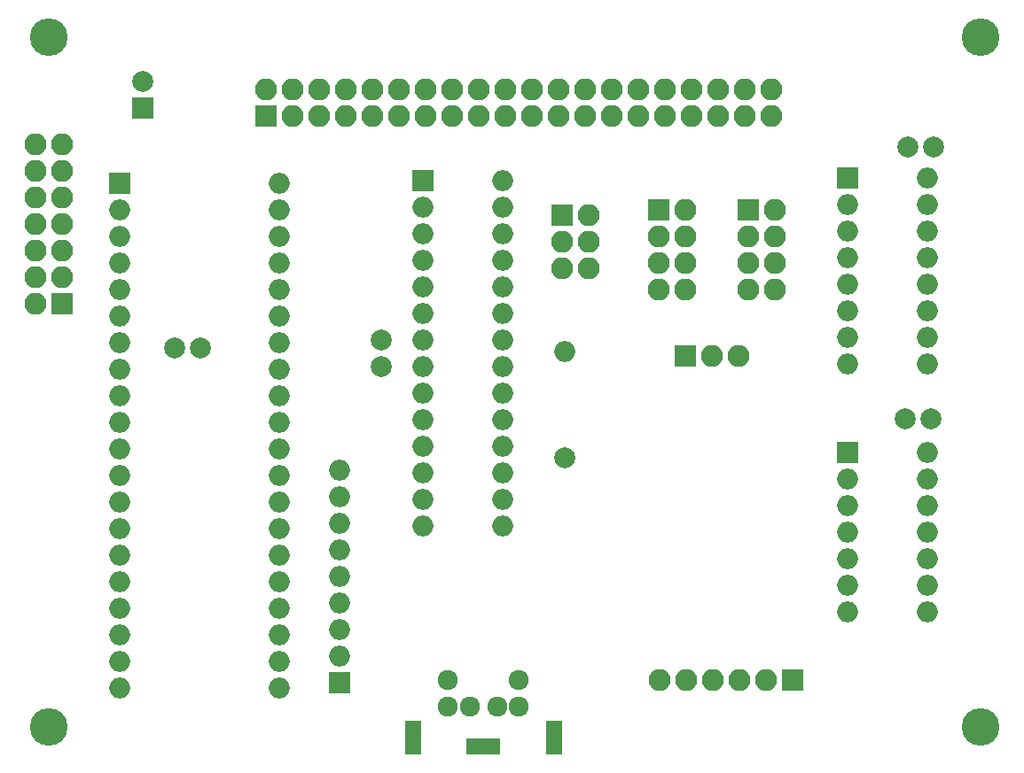
<source format=gts>
G04 #@! TF.GenerationSoftware,KiCad,Pcbnew,(5.1.4-0)*
G04 #@! TF.CreationDate,2020-03-18T19:54:09+09:00*
G04 #@! TF.ProjectId,KZ80-PS2KBD,4b5a3830-2d50-4533-924b-42442e6b6963,rev?*
G04 #@! TF.SameCoordinates,Original*
G04 #@! TF.FileFunction,Soldermask,Top*
G04 #@! TF.FilePolarity,Negative*
%FSLAX46Y46*%
G04 Gerber Fmt 4.6, Leading zero omitted, Abs format (unit mm)*
G04 Created by KiCad (PCBNEW (5.1.4-0)) date 2020-03-18 19:54:09*
%MOMM*%
%LPD*%
G04 APERTURE LIST*
%ADD10C,3.600000*%
%ADD11R,2.000000X2.000000*%
%ADD12C,2.000000*%
%ADD13R,2.100000X2.100000*%
%ADD14O,2.100000X2.100000*%
%ADD15O,2.000000X2.000000*%
%ADD16C,1.924000*%
%ADD17R,1.600000X3.200000*%
%ADD18R,3.200000X1.600000*%
G04 APERTURE END LIST*
D10*
X154500000Y-120500000D03*
X65500000Y-120500000D03*
X154500000Y-54500000D03*
X65500000Y-54500000D03*
D11*
X74500000Y-61250000D03*
D12*
X74500000Y-58750000D03*
X149750000Y-91000000D03*
X147250000Y-91000000D03*
X147500000Y-65000000D03*
X150000000Y-65000000D03*
X97250000Y-86000000D03*
X97250000Y-83500000D03*
X77500000Y-84250000D03*
X80000000Y-84250000D03*
D13*
X126250000Y-85000000D03*
D14*
X128790000Y-85000000D03*
X131330000Y-85000000D03*
D13*
X136500000Y-116000000D03*
D14*
X133960000Y-116000000D03*
X131420000Y-116000000D03*
X128880000Y-116000000D03*
X126340000Y-116000000D03*
X123800000Y-116000000D03*
D13*
X114500000Y-71500000D03*
D14*
X117040000Y-71500000D03*
X114500000Y-74040000D03*
X117040000Y-74040000D03*
X114500000Y-76580000D03*
X117040000Y-76580000D03*
X126290000Y-78620000D03*
X123750000Y-78620000D03*
X126290000Y-76080000D03*
X123750000Y-76080000D03*
X126290000Y-73540000D03*
X123750000Y-73540000D03*
X126290000Y-71000000D03*
D13*
X123750000Y-71000000D03*
X132250000Y-71000000D03*
D14*
X134790000Y-71000000D03*
X132250000Y-73540000D03*
X134790000Y-73540000D03*
X132250000Y-76080000D03*
X134790000Y-76080000D03*
X132250000Y-78620000D03*
X134790000Y-78620000D03*
D13*
X66750000Y-80000000D03*
D14*
X64210000Y-80000000D03*
X66750000Y-77460000D03*
X64210000Y-77460000D03*
X66750000Y-74920000D03*
X64210000Y-74920000D03*
X66750000Y-72380000D03*
X64210000Y-72380000D03*
X66750000Y-69840000D03*
X64210000Y-69840000D03*
X66750000Y-67300000D03*
X64210000Y-67300000D03*
X66750000Y-64760000D03*
X64210000Y-64760000D03*
D13*
X86250000Y-62000000D03*
D14*
X86250000Y-59460000D03*
X88790000Y-62000000D03*
X88790000Y-59460000D03*
X91330000Y-62000000D03*
X91330000Y-59460000D03*
X93870000Y-62000000D03*
X93870000Y-59460000D03*
X96410000Y-62000000D03*
X96410000Y-59460000D03*
X98950000Y-62000000D03*
X98950000Y-59460000D03*
X101490000Y-62000000D03*
X101490000Y-59460000D03*
X104030000Y-62000000D03*
X104030000Y-59460000D03*
X106570000Y-62000000D03*
X106570000Y-59460000D03*
X109110000Y-62000000D03*
X109110000Y-59460000D03*
X111650000Y-62000000D03*
X111650000Y-59460000D03*
X114190000Y-62000000D03*
X114190000Y-59460000D03*
X116730000Y-62000000D03*
X116730000Y-59460000D03*
X119270000Y-62000000D03*
X119270000Y-59460000D03*
X121810000Y-62000000D03*
X121810000Y-59460000D03*
X124350000Y-62000000D03*
X124350000Y-59460000D03*
X126890000Y-62000000D03*
X126890000Y-59460000D03*
X129430000Y-62000000D03*
X129430000Y-59460000D03*
X131970000Y-62000000D03*
X131970000Y-59460000D03*
X134510000Y-62000000D03*
X134510000Y-59460000D03*
D11*
X141750000Y-94250000D03*
D15*
X149370000Y-109490000D03*
X141750000Y-96790000D03*
X149370000Y-106950000D03*
X141750000Y-99330000D03*
X149370000Y-104410000D03*
X141750000Y-101870000D03*
X149370000Y-101870000D03*
X141750000Y-104410000D03*
X149370000Y-99330000D03*
X141750000Y-106950000D03*
X149370000Y-96790000D03*
X141750000Y-109490000D03*
X149370000Y-94250000D03*
D11*
X141750000Y-68000000D03*
D15*
X149370000Y-85780000D03*
X141750000Y-70540000D03*
X149370000Y-83240000D03*
X141750000Y-73080000D03*
X149370000Y-80700000D03*
X141750000Y-75620000D03*
X149370000Y-78160000D03*
X141750000Y-78160000D03*
X149370000Y-75620000D03*
X141750000Y-80700000D03*
X149370000Y-73080000D03*
X141750000Y-83240000D03*
X149370000Y-70540000D03*
X141750000Y-85780000D03*
X149370000Y-68000000D03*
D11*
X101250000Y-68250000D03*
D15*
X108870000Y-101270000D03*
X101250000Y-70790000D03*
X108870000Y-98730000D03*
X101250000Y-73330000D03*
X108870000Y-96190000D03*
X101250000Y-75870000D03*
X108870000Y-93650000D03*
X101250000Y-78410000D03*
X108870000Y-91110000D03*
X101250000Y-80950000D03*
X108870000Y-88570000D03*
X101250000Y-83490000D03*
X108870000Y-86030000D03*
X101250000Y-86030000D03*
X108870000Y-83490000D03*
X101250000Y-88570000D03*
X108870000Y-80950000D03*
X101250000Y-91110000D03*
X108870000Y-78410000D03*
X101250000Y-93650000D03*
X108870000Y-75870000D03*
X101250000Y-96190000D03*
X108870000Y-73330000D03*
X101250000Y-98730000D03*
X108870000Y-70790000D03*
X101250000Y-101270000D03*
X108870000Y-68250000D03*
D11*
X72250000Y-68500000D03*
D15*
X87490000Y-116760000D03*
X72250000Y-71040000D03*
X87490000Y-114220000D03*
X72250000Y-73580000D03*
X87490000Y-111680000D03*
X72250000Y-76120000D03*
X87490000Y-109140000D03*
X72250000Y-78660000D03*
X87490000Y-106600000D03*
X72250000Y-81200000D03*
X87490000Y-104060000D03*
X72250000Y-83740000D03*
X87490000Y-101520000D03*
X72250000Y-86280000D03*
X87490000Y-98980000D03*
X72250000Y-88820000D03*
X87490000Y-96440000D03*
X72250000Y-91360000D03*
X87490000Y-93900000D03*
X72250000Y-93900000D03*
X87490000Y-91360000D03*
X72250000Y-96440000D03*
X87490000Y-88820000D03*
X72250000Y-98980000D03*
X87490000Y-86280000D03*
X72250000Y-101520000D03*
X87490000Y-83740000D03*
X72250000Y-104060000D03*
X87490000Y-81200000D03*
X72250000Y-106600000D03*
X87490000Y-78660000D03*
X72250000Y-109140000D03*
X87490000Y-76120000D03*
X72250000Y-111680000D03*
X87490000Y-73580000D03*
X72250000Y-114220000D03*
X87490000Y-71040000D03*
X72250000Y-116760000D03*
X87490000Y-68500000D03*
D11*
X93250000Y-116250000D03*
D15*
X93250000Y-113710000D03*
X93250000Y-111170000D03*
X93250000Y-108630000D03*
X93250000Y-106090000D03*
X93250000Y-103550000D03*
X93250000Y-101010000D03*
X93250000Y-98470000D03*
X93250000Y-95930000D03*
D12*
X114750000Y-94750000D03*
D15*
X114750000Y-84590000D03*
D16*
X108300000Y-118500000D03*
X105700000Y-118500000D03*
X110400000Y-118500000D03*
X103600000Y-118500000D03*
X110400000Y-116000000D03*
X103600000Y-116000000D03*
D17*
X100250000Y-121500000D03*
X113750000Y-121500000D03*
D18*
X107000000Y-122300000D03*
M02*

</source>
